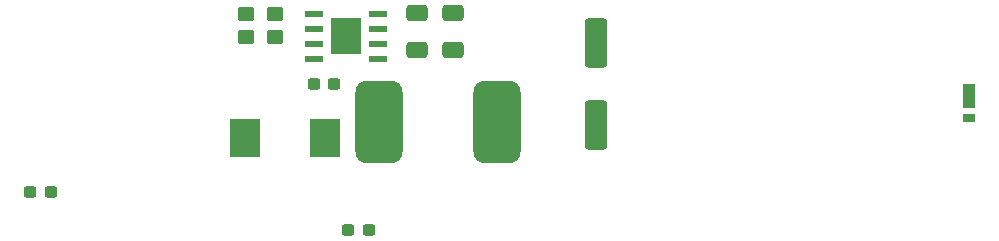
<source format=gbr>
%TF.GenerationSoftware,KiCad,Pcbnew,6.0.11+dfsg-1~bpo11+1*%
%TF.CreationDate,2023-11-07T00:47:46-03:00*%
%TF.ProjectId,controller,636f6e74-726f-46c6-9c65-722e6b696361,rev?*%
%TF.SameCoordinates,Original*%
%TF.FileFunction,Paste,Bot*%
%TF.FilePolarity,Positive*%
%FSLAX46Y46*%
G04 Gerber Fmt 4.6, Leading zero omitted, Abs format (unit mm)*
G04 Created by KiCad (PCBNEW 6.0.11+dfsg-1~bpo11+1) date 2023-11-07 00:47:46*
%MOMM*%
%LPD*%
G01*
G04 APERTURE LIST*
G04 Aperture macros list*
%AMRoundRect*
0 Rectangle with rounded corners*
0 $1 Rounding radius*
0 $2 $3 $4 $5 $6 $7 $8 $9 X,Y pos of 4 corners*
0 Add a 4 corners polygon primitive as box body*
4,1,4,$2,$3,$4,$5,$6,$7,$8,$9,$2,$3,0*
0 Add four circle primitives for the rounded corners*
1,1,$1+$1,$2,$3*
1,1,$1+$1,$4,$5*
1,1,$1+$1,$6,$7*
1,1,$1+$1,$8,$9*
0 Add four rect primitives between the rounded corners*
20,1,$1+$1,$2,$3,$4,$5,0*
20,1,$1+$1,$4,$5,$6,$7,0*
20,1,$1+$1,$6,$7,$8,$9,0*
20,1,$1+$1,$8,$9,$2,$3,0*%
G04 Aperture macros list end*
%ADD10RoundRect,0.250000X0.700000X-1.825000X0.700000X1.825000X-0.700000X1.825000X-0.700000X-1.825000X0*%
%ADD11R,2.500000X3.300000*%
%ADD12R,1.550000X0.600000*%
%ADD13R,2.600000X3.100000*%
%ADD14RoundRect,0.237500X-0.300000X-0.237500X0.300000X-0.237500X0.300000X0.237500X-0.300000X0.237500X0*%
%ADD15RoundRect,1.000000X-1.000000X-2.500000X1.000000X-2.500000X1.000000X2.500000X-1.000000X2.500000X0*%
%ADD16RoundRect,0.250000X-0.450000X0.350000X-0.450000X-0.350000X0.450000X-0.350000X0.450000X0.350000X0*%
%ADD17RoundRect,0.250000X-0.650000X0.412500X-0.650000X-0.412500X0.650000X-0.412500X0.650000X0.412500X0*%
%ADD18R,1.100000X2.000000*%
%ADD19R,1.100000X0.800000*%
%ADD20RoundRect,0.250000X0.450000X-0.350000X0.450000X0.350000X-0.450000X0.350000X-0.450000X-0.350000X0*%
G04 APERTURE END LIST*
D10*
%TO.C,C6*%
X150995000Y-96475000D03*
X150995000Y-89525000D03*
%TD*%
D11*
%TO.C,D1*%
X128106000Y-97572000D03*
X121306000Y-97572000D03*
%TD*%
D12*
%TO.C,U2*%
X127166000Y-90841000D03*
X127166000Y-89571000D03*
X127166000Y-88301000D03*
X127166000Y-87031000D03*
X132566000Y-87031000D03*
X132566000Y-88301000D03*
X132566000Y-89571000D03*
X132566000Y-90841000D03*
D13*
X129866000Y-88936000D03*
%TD*%
D14*
%TO.C,C1*%
X103116000Y-102144000D03*
X104841000Y-102144000D03*
%TD*%
D15*
%TO.C,L1*%
X132660000Y-96175000D03*
X142660000Y-96175000D03*
%TD*%
D16*
%TO.C,R6*%
X123817000Y-87047000D03*
X123817000Y-89047000D03*
%TD*%
D17*
%TO.C,C3*%
X135852000Y-86975000D03*
X135852000Y-90100000D03*
%TD*%
D18*
%TO.C,D3*%
X182593000Y-94000000D03*
D19*
X182593000Y-95900000D03*
%TD*%
D20*
%TO.C,R5*%
X121404000Y-89047000D03*
X121404000Y-87047000D03*
%TD*%
D17*
%TO.C,C2*%
X138900000Y-86975000D03*
X138900000Y-90100000D03*
%TD*%
D14*
%TO.C,C4*%
X130066500Y-105319000D03*
X131791500Y-105319000D03*
%TD*%
%TO.C,C5*%
X127145500Y-93000000D03*
X128870500Y-93000000D03*
%TD*%
M02*

</source>
